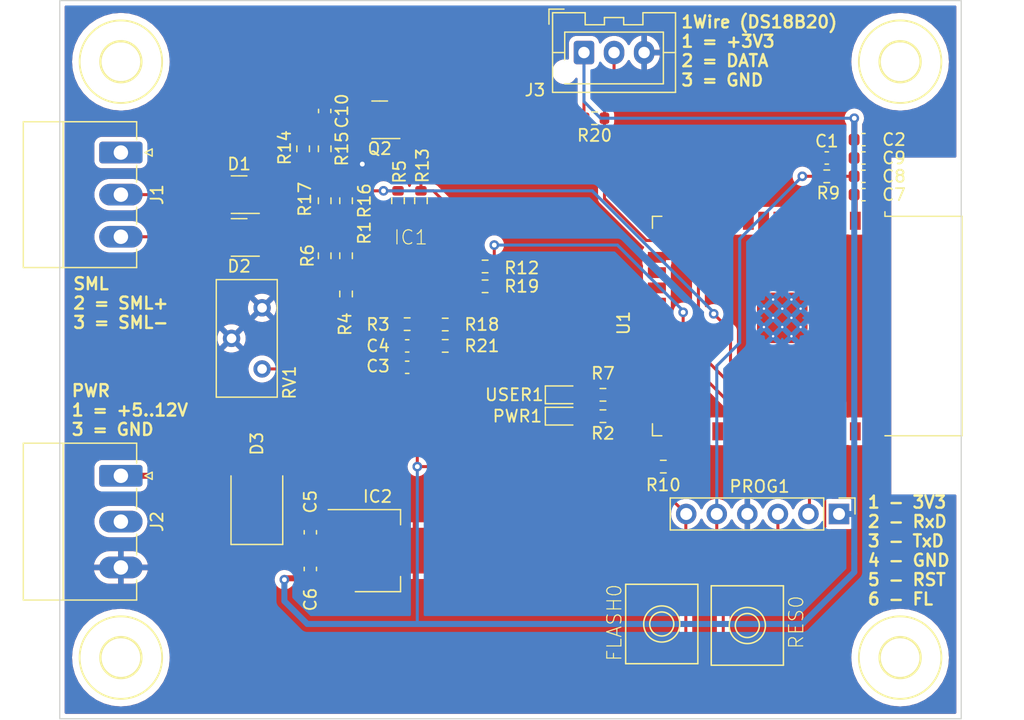
<source format=kicad_pcb>
(kicad_pcb (version 20211014) (generator pcbnew)
  (layers (0 "F.Cu" signal) (31 "B.Cu" signal) (34 "B.Paste" user) (35 "F.Paste" user) (36 "B.SilkS" user "B.Silkscreen") (37 "F.SilkS" user "F.Silkscreen") (38 "B.Mask" user) (39 "F.Mask" user) (44 "Edge.Cuts" user))
  (net 0 "")
  (net 1 "GND")
  (net 2 "/EMS+")
  (net 3 "/EMS-")
  (net 4 "Net-(IC1-Pad1)")
  (net 5 "Net-(IC1-Pad2)")
  (net 6 "Net-(IC1-Pad3)")
  (net 7 "Net-(IC1-Pad5)")
  (net 8 "Net-(IC1-Pad6)")
  (net 9 "+VDC")
  (net 10 "Net-(D1-Pad2)")
  (net 11 "Net-(D3-Pad2)")
  (net 12 "Net-(IC1-Pad7)")
  (net 36 "/EMS_RX")
  (net 37 "/EMS_TX")
  (net 41 "/EMS_1Wire")
  (net 43 "Net-(C10-Pad2)")
  (net 44 "/RST")
  (net 45 "+3.3V")
  (net 46 "/RXD")
  (net 47 "/TXD")
  (net 48 "/IO0")
  (net 49 "Net-(PWR1-Pad2)")
  (net 50 "/IO_02")
  (net 51 "Net-(R7-Pad2)")
  (net 53 "Net-(R14-Pad2)")
  (footprint "Connector_Phoenix_MC:PhoenixContact_MC_1,5_3-G-3.81_1x03_P3.81mm_Horizontal" (layer "F.Cu") (at 119.38 119.507 -90)
    (fp_text reference "J2")
    (fp_text value "PWR")
  )
  (footprint "Package_TO_SOT_SMD:SOT-23" (layer "F.Cu") (at 129.2075 99.695 180)
    (fp_text reference "D2")
    (fp_text value "BAT54S" hide)
  )
  (footprint "Resistor_SMD:R_0603_1608Metric" (layer "F.Cu") (at 134.5289 92.329 -90)
    (fp_text reference "R14")
    (fp_text value "470R")
  )
  (footprint "Resistor_SMD:R_0603_1608Metric" (layer "F.Cu") (at 178.054 94.615 180)
    (fp_text reference "R9")
    (fp_text value "10k")
  )
  (footprint "Potentiometer_THT:Potentiometer_Bourns_3296Y_Vertical" (layer "F.Cu") (at 131.1175 110.627 -90)
    (fp_text reference "RV1")
    (fp_text value "10k")
  )
  (footprint "Resistor_SMD:R_0603_1608Metric" (layer "F.Cu") (at 149.6545 103.759 180)
    (fp_text reference "R19")
    (fp_text value "100k")
  )
  (footprint "Resistor_SMD:R_0603_1608Metric" (layer "F.Cu") (at 146.3399 108.712)
    (fp_text reference "R21")
    (fp_text value "10k")
  )
  (footprint "Package_TO_SOT_SMD:SOT-223-3_TabPin2" (layer "F.Cu") (at 140.716 125.73)
    (fp_text reference "IC2")
    (fp_text value "LT1129CST5")
  )
  (footprint "Capacitor_SMD:C_0603_1608Metric" (layer "F.Cu") (at 178.054 93.091)
    (fp_text reference "C1")
    (fp_text value "100nF")
  )
  (footprint "Resistor_SMD:R_0603_1608Metric" (layer "F.Cu") (at 143.1775 106.9036 180)
    (fp_text reference "R3")
    (fp_text value "1K")
  )
  (footprint "main:SO08" (layer "F.Cu") (at 143.1775 103.124 -90)
    (fp_text reference "IC1")
    (fp_text value "LM393D")
  )
  (footprint "main:EVQ-Q2" (layer "F.Cu") (at 171.45 131.953 90)
    (fp_text reference "RES0")
    (fp_text value "SPST_TACT-EVQQ2")
  )
  (footprint "LED_SMD:LED_0603_1608Metric" (layer "F.Cu") (at 156.147 112.776)
    (fp_text reference "USER1")
    (fp_text value "blue")
  )
  (footprint "Resistor_SMD:R_0603_1608Metric" (layer "F.Cu") (at 138.0975 101.219 -90)
    (fp_text reference "R1")
    (fp_text value "Rx")
  )
  (footprint "main:3,2" (layer "F.Cu") (at 184.15 85.09)
    (fp_text reference "H4" hide)
    (fp_text value "MOUNT-HOLE3.2" hide)
  )
  (footprint "Resistor_SMD:R_0603_1608Metric" (layer "F.Cu") (at 142.4155 96.647 90)
    (fp_text reference "R5")
    (fp_text value "1M5")
  )
  (footprint "Resistor_SMD:R_0603_1608Metric" (layer "F.Cu") (at 159.449 112.776 180)
    (fp_text reference "R7")
    (fp_text value "470R")
  )
  (footprint "main:3,2" (layer "F.Cu") (at 119.38 85.09)
    (fp_text reference "H2" hide)
    (fp_text value "MOUNT-HOLE3.2" hide)
  )
  (footprint "Capacitor_SMD:C_0603_1608Metric" (layer "F.Cu") (at 181.102 96.139)
    (fp_text reference "C7")
    (fp_text value "100nF")
  )
  (footprint "Resistor_SMD:R_0603_1608Metric" (layer "F.Cu") (at 158.75 89.789 180)
    (fp_text reference "R20")
    (fp_text value "4K7")
  )
  (footprint "Capacitor_SMD:C_0603_1608Metric" (layer "F.Cu") (at 136.3195 89.1871 -90)
    (fp_text reference "C10")
    (fp_text value "1n5")
  )
  (footprint "Resistor_SMD:R_0603_1608Metric" (layer "F.Cu") (at 138.0975 96.647 90)
    (fp_text reference "R16")
    (fp_text value "1K")
  )
  (footprint "Resistor_SMD:R_0603_1608Metric" (layer "F.Cu") (at 146.3399 106.934 180)
    (fp_text reference "R18")
    (fp_text value "10k")
  )
  (footprint "Package_TO_SOT_SMD:SOT-23" (layer "F.Cu") (at 129.2075 96.139 180)
    (fp_text reference "D1")
    (fp_text value "BAT54S" hide)
  )
  (footprint "Capacitor_SMD:C_0603_1608Metric" (layer "F.Cu") (at 181.102 91.567)
    (fp_text reference "C2")
    (fp_text value "100nF")
  )
  (footprint "Capacitor_SMD:C_0603_1608Metric" (layer "F.Cu") (at 181.102 94.615)
    (fp_text reference "C8")
    (fp_text value "1µF")
  )
  (footprint "Resistor_SMD:R_0603_1608Metric" (layer "F.Cu") (at 138.0975 104.394 -90)
    (fp_text reference "R4")
    (fp_text value "2K")
  )
  (footprint "Resistor_SMD:R_0603_1608Metric" (layer "F.Cu") (at 136.3195 96.647 -90)
    (fp_text reference "R17")
    (fp_text value "0R0")
  )
  (footprint "Package_TO_SOT_SMD:SOT-23" (layer "F.Cu") (at 140.8915 89.916 180)
    (fp_text reference "Q2")
    (fp_text value "BSS123")
  )
  (footprint "Resistor_SMD:R_0603_1608Metric" (layer "F.Cu") (at 149.6545 102.108)
    (fp_text reference "R12")
    (fp_text value "1K")
  )
  (footprint "main:3,2" (layer "F.Cu") (at 184.15 134.62)
    (fp_text reference "H3" hide)
    (fp_text value "MOUNT-HOLE3.2" hide)
  )
  (footprint "Resistor_SMD:R_0603_1608Metric" (layer "F.Cu") (at 159.449 114.554 180)
    (fp_text reference "R2")
    (fp_text value "470R")
  )
  (footprint "Connector_JST:JST_XA_B03B-XASK-1-A_1x03_P2.50mm_Vertical" (layer "F.Cu") (at 157.872 84.328)
    (fp_text reference "J3")
    (fp_text value "1Wire")
  )
  (footprint "Resistor_SMD:R_0603_1608Metric" (layer "F.Cu") (at 136.3195 101.219 90)
    (fp_text reference "R6")
    (fp_text value "8K2")
  )
  (footprint "Capacitor_SMD:C_0603_1608Metric" (layer "F.Cu") (at 143.1775 110.49)
    (fp_text reference "C3")
    (fp_text value "1u")
  )
  (footprint "LED_SMD:LED_0603_1608Metric" (layer "F.Cu") (at 156.147 114.554)
    (fp_text reference "PWR1")
    (fp_text value "green")
  )
  (footprint "Diode_SMD:D_SMB" (layer "F.Cu") (at 130.683 121.666 90)
    (fp_text reference "D3")
    (fp_text value "ES2D" hide)
  )
  (footprint "Resistor_SMD:R_0603_1608Metric" (layer "F.Cu") (at 144.3205 96.647 -90)
    (fp_text reference "R13")
    (fp_text value "4K7")
  )
  (footprint "Connector_PinHeader_2.54mm:PinHeader_1x06_P2.54mm_Vertical" (layer "F.Cu") (at 179.07 122.682 -90)
    (fp_text reference "PROG1")
    (fp_text value "Conn_01x06")
  )
  (footprint "main:3,2" (layer "F.Cu") (at 119.38 134.62)
    (fp_text reference "H1" hide)
    (fp_text value "MOUNT-HOLE3.2" hide)
  )
  (footprint "Capacitor_SMD:C_0603_1608Metric" (layer "F.Cu") (at 135.128 127.254 -90)
    (fp_text reference "C6")
    (fp_text value "4u7")
  )
  (footprint "Resistor_SMD:R_0603_1608Metric" (layer "F.Cu") (at 136.3195 92.329 -90)
    (fp_text reference "R15")
    (fp_text value "470R")
  )
  (footprint "RF_Module:ESP32-WROOM-32" (layer "F.Cu") (at 173.444 107.061 -90)
    (fp_text reference "U1")
    (fp_text value "ESP32-WROOM-32D")
  )
  (footprint "Capacitor_SMD:C_0603_1608Metric" (layer "F.Cu") (at 135.128 124.206 90)
    (fp_text reference "C5")
    (fp_text value "100nF")
  )
  (footprint "Capacitor_SMD:C_0603_1608Metric" (layer "F.Cu") (at 181.102 93.091)
    (fp_text reference "C9")
    (fp_text value "1µF")
  )
  (footprint "main:EVQ-Q2" (layer "F.Cu") (at 164.338 131.826 90)
    (fp_text reference "FLASH0")
    (fp_text value "SPST_TACT-EVQQ2")
  )
  (footprint "Resistor_SMD:R_0603_1608Metric" (layer "F.Cu") (at 164.465 118.745)
    (fp_text reference "R10")
    (fp_text value "10k")
  )
  (footprint "Capacitor_SMD:C_0603_1608Metric" (layer "F.Cu") (at 143.1775 108.712)
    (fp_text reference "C4")
    (fp_text value "100n")
  )
  (footprint "Connector_Phoenix_MC:PhoenixContact_MC_1,5_3-G-3.5_1x03_P3.50mm_Horizontal" (layer "F.Cu") (at 119.38 92.639 -90)
    (fp_text reference "J1")
    (fp_text value "SML")
  )
  (gr_rect (start 114.3 139.7) (end 189.23 80.01) (layer "Edge.Cuts") (width 0.1) (fill none))
  (gr_text "1 - 3V3\n2 - RxD\n3 - TxD\n4 - GND\n5 - RST\n6 - FL" (at 181.356 125.73) (layer "F.SilkS") (effects (font (size 1 1) (thickness 0.2)) (justify left)))
  (gr_text "PWR\n1 = +5..12V\n3 = GND" (at 115.189 114.046) (layer "F.SilkS") (effects (font (size 1 1) (thickness 0.2)) (justify left)))
  (gr_text "SML\n2 = SML+\n3 = SML-" (at 115.316 105.156) (layer "F.SilkS") (effects (font (size 1 1) (thickness 0.2)) (justify left)))
  (gr_text "1Wire (DS18B20)\n1 = +3V3\n2 = DATA\n3 = GND" (at 165.862 84.201) (layer "F.SilkS") (effects (font (size 1 1) (thickness 0.2)) (justify left)))
  (via (at 139.446 93.599) (size 0.8) (drill 0.4) (layers "F.Cu" "B.Cu") (net 1))
  (segment (start 119.38 96.139) (end 128.27 96.139) (width 0.25) (layer "F.Cu") (net 2))
  (segment (start 128.27 99.695) (end 126.0325 99.695) (width 0.25) (layer "F.Cu") (net 3))
  (segment (start 125.9765 99.639) (end 119.38 99.639) (width 0.25) (layer "F.Cu") (net 3))
  (segment (start 126.0325 99.695) (end 125.9765 99.639) (width 0.25) (layer "F.Cu") (net 3))
  (segment (start 140.0665 100.394) (end 138.0975 100.394) (width 0.25) (layer "F.Cu") (net 4))
  (segment (start 140.5775 101.219) (end 140.5775 100.905) (width 0.25) (layer "F.Cu") (net 4))
  (segment (start 140.5775 100.905) (end 140.0665 100.394) (width 0.25) (layer "F.Cu") (net 4))
  (segment (start 138.0975 97.472) (end 138.0975 100.394) (width 0.25) (layer "F.Cu") (net 4))
  (segment (start 131.1175 110.627) (end 137.0715 110.627) (width 0.25) (layer "F.Cu") (net 5))
  (segment (start 142.3525 102.934) (end 142.3525 106.9036) (width 0.25) (layer "F.Cu") (net 5))
  (segment (start 137.0715 110.627) (end 140.7949 106.9036) (width 0.25) (layer "F.Cu") (net 5))
  (segment (start 140.5775 102.489) (end 141.9075 102.489) (width 0.25) (layer "F.Cu") (net 5))
  (segment (start 140.7949 106.9036) (end 142.3525 106.9036) (width 0.25) (layer "F.Cu") (net 5))
  (segment (start 141.9075 102.489) (end 142.3525 102.934) (width 0.25) (layer "F.Cu") (net 5))
  (segment (start 140.5775 103.759) (end 138.2875 103.759) (width 0.25) (layer "F.Cu") (net 6))
  (segment (start 136.3195 102.044) (end 138.0975 102.044) (width 0.25) (layer "F.Cu") (net 6))
  (segment (start 138.0975 102.044) (end 138.0975 103.569) (width 0.25) (layer "F.Cu") (net 6))
  (segment (start 138.2875 103.759) (end 138.0975 103.569) (width 0.25) (layer "F.Cu") (net 6))
  (segment (start 145.7775 105.029) (end 146.8605 105.029) (width 0.25) (layer "F.Cu") (net 7))
  (segment (start 146.8605 105.029) (end 147.2415 105.41) (width 0.25) (layer "F.Cu") (net 7))
  (segment (start 147.2415 106.8574) (end 147.1649 106.934) (width 0.25) (layer "F.Cu") (net 7))
  (segment (start 147.2415 105.41) (end 147.2415 106.8574) (width 0.25) (layer "F.Cu") (net 7))
  (segment (start 147.1649 108.712) (end 147.1649 106.934) (width 0.25) (layer "F.Cu") (net 7))
  (segment (start 148.8295 102.108) (end 148.8295 103.759) (width 0.25) (layer "F.Cu") (net 8))
  (segment (start 145.7775 103.759) (end 148.8295 103.759) (width 0.25) (layer "F.Cu") (net 8))
  (segment (start 137.565 123.431) (end 137.566 123.43) (width 0.5) (layer "F.Cu") (net 9))
  (segment (start 131.068 123.431) (end 130.683 123.816) (width 0.5) (layer "F.Cu") (net 9))
  (segment (start 135.128 123.431) (end 137.565 123.431) (width 0.5) (layer "F.Cu") (net 9))
  (segment (start 135.128 123.431) (end 131.068 123.431) (width 0.5) (layer "F.Cu") (net 9))
  (segment (start 130.145 95.189) (end 132.0675 95.189) (width 0.25) (layer "F.Cu") (net 10))
  (segment (start 132.0675 95.189) (end 132.3825 95.504) (width 0.25) (layer "F.Cu") (net 10))
  (segment (start 130.145 98.745) (end 132.3165 98.745) (width 0.25) (layer "F.Cu") (net 10))
  (segment (start 136.3195 97.472) (end 136.3195 100.394) (width 0.25) (layer "F.Cu") (net 10))
  (segment (start 136.2535 98.745) (end 136.3195 98.679) (width 0.25) (layer "F.Cu") (net 10))
  (segment (start 136.3195 98.679) (end 136.3195 97.472) (width 0.25) (layer "F.Cu") (net 10))
  (segment (start 132.3825 98.679) (end 132.3165 98.745) (width 0.25) (layer "F.Cu") (net 10))
  (segment (start 132.3825 95.504) (end 132.3825 98.679) (width 0.25) (layer "F.Cu") (net 10))
  (segment (start 132.3165 98.745) (end 136.2535 98.745) (width 0.25) (layer "F.Cu") (net 10))
  (segment (start 130.819 119.507) (end 131.572 118.754) (width 0.5) (layer "F.Cu") (net 11))
  (segment (start 119.38 119.507) (end 130.819 119.507) (width 0.5) (layer "F.Cu") (net 11))
  (segment (start 147.574 98.044) (end 145.352 95.822) (width 0.25) (layer "F.Cu") (net 12))
  (segment (start 145.7775 102.489) (end 147.193 102.489) (width 0.25) (layer "F.Cu") (net 12))
  (segment (start 144.3205 95.822) (end 144.3205 94.7905) (width 0.25) (layer "F.Cu") (net 12))
  (segment (start 147.193 102.489) (end 147.574 102.108) (width 0.25) (layer "F.Cu") (net 12))
  (segment (start 141.829 92.299) (end 141.829 90.866) (width 0.25) (layer "F.Cu") (net 12))
  (segment (start 147.574 102.108) (end 147.574 98.044) (width 0.25) (layer "F.Cu") (net 12))
  (segment (start 144.3205 94.7905) (end 141.829 92.299) (width 0.25) (layer "F.Cu") (net 12))
  (segment (start 145.352 95.822) (end 144.3205 95.822) (width 0.25) (layer "F.Cu") (net 12))
  (segment (start 171.069 110.998) (end 170.053 109.982) (width 0.25) (layer "F.Cu") (net 36))
  (segment (start 176.657 110.998) (end 171.069 110.998) (width 0.25) (layer "F.Cu") (net 36))
  (segment (start 179.154 113.495) (end 176.657 110.998) (width 0.25) (layer "F.Cu") (net 36))
  (segment (start 170.053 107.442) (end 168.656 106.045) (width 0.25) (layer "F.Cu") (net 36))
  (segment (start 179.154 115.811) (end 179.154 113.495) (width 0.25) (layer "F.Cu") (net 36))
  (segment (start 170.053 109.982) (end 170.053 107.442) (width 0.25) (layer "F.Cu") (net 36))
  (segment (start 141.2095 95.822) (end 142.4155 95.822) (width 0.25) (layer "F.Cu") (net 36))
  (segment (start 138.0975 95.822) (end 141.2095 95.822) (width 0.25) (layer "F.Cu") (net 36))
  (via (at 168.656 106.045) (size 0.8) (drill 0.4) (layers "F.Cu" "B.Cu") (net 36))
  (via (at 141.2095 95.822) (size 0.8) (drill 0.4) (layers "F.Cu" "B.Cu") (net 36))
  (segment (start 158.56 95.822) (end 141.2095 95.822) (width 0.25) (layer "B.Cu") (net 36))
  (segment (start 168.656 105.918) (end 158.56 95.822) (width 0.25) (layer "B.Cu") (net 36))
  (segment (start 168.656 106.045) (end 168.656 105.918) (width 0.25) (layer "B.Cu") (net 36))
  (segment (start 150.4165 102.045) (end 150.4795 102.108) (width 0.5) (layer "F.Cu") (net 37))
  (segment (start 170.264 115.811) (end 170.264 113.749) (width 0.25) (layer "F.Cu") (net 37))
  (segment (start 170.264 113.749) (end 168.021 111.506) (width 0.25) (layer "F.Cu") (net 37))
  (segment (start 168.021 111.506) (end 166.116 109.601) (width 0.25) (layer "F.Cu") (net 37))
  (segment (start 150.4165 100.33) (end 150.4165 102.045) (width 0.25) (layer "F.Cu") (net 37))
  (segment (start 166.116 109.601) (end 166.116 105.918) (width 0.25) (layer "F.Cu") (net 37))
  (via (at 166.116 105.918) (size 0.8) (drill 0.4) (layers "F.Cu" "B.Cu") (net 37))
  (via (at 150.4165 100.33) (size 0.8) (drill 0.4) (layers "F.Cu" "B.Cu") (net 37))
  (segment (start 160.655 100.33) (end 150.4165 100.33) (width 0.25) (layer "B.Cu") (net 37))
  (segment (start 166.116 105.918) (end 166.116 105.791) (width 0.25) (layer "B.Cu") (net 37))
  (segment (start 166.116 105.791) (end 160.655 100.33) (width 0.25) (layer "B.Cu") (net 37))
  (segment (start 160.372 84.631) (end 160.372 86.897) (width 0.25) (layer "F.Cu") (net 41))
  (segment (start 163.068 99.949) (end 159.575 96.456) (width 0.25) (layer "F.Cu") (net 41))
  (segment (start 171.534 115.811) (end 171.534 113.368) (width 0.25) (layer "F.Cu") (net 41))
  (segment (start 159.575 87.694) (end 159.575 89.789) (width 0.25) (layer "F.Cu") (net 41))
  (segment (start 171.534 113.368) (end 167.386 109.22) (width 0.25) (layer "F.Cu") (net 41))
  (segment (start 165.608 99.949) (end 163.068 99.949) (width 0.25) (layer "F.Cu") (net 41))
  (segment (start 167.386 109.22) (end 167.386 101.727) (width 0.25) (layer "F.Cu") (net 41))
  (segment (start 159.575 96.456) (end 159.575 89.789) (width 0.25) (layer "F.Cu") (net 41))
  (segment (start 160.372 86.897) (end 159.575 87.694) (width 0.25) (layer "F.Cu") (net 41))
  (segment (start 167.386 101.727) (end 165.608 99.949) (width 0.25) (layer "F.Cu") (net 41))
  (segment (start 136.3195 89.9621) (end 139.9079 89.9621) (width 0.25) (layer "F.Cu") (net 43))
  (segment (start 136.3195 89.9621) (end 136.3195 91.504) (width 0.25) (layer "F.Cu") (net 43))
  (segment (start 139.9079 89.9621) (end 139.954 89.916) (width 0.25) (layer "F.Cu") (net 43))
  (segment (start 134.5289 91.504) (end 136.3195 91.504) (width 0.25) (layer "F.Cu") (net 43))
  (segment (start 176.022 94.615) (end 177.356 94.615) (width 0.25) (layer "F.Cu") (net 44))
  (segment (start 168.91 124.333) (end 169.45 124.873) (width 0.25) (layer "F.Cu") (net 44))
  (segment (start 169.45 128.553) (end 169.45 135.353) (width 0.25) (layer "F.Cu") (net 44))
  (segment (start 169.45 124.873) (end 169.45 128.553) (width 0.25) (layer "F.Cu") (net 44))
  (segment (start 177.356 93.268) (end 177.406 93.218) (width 0.25) (layer "F.Cu") (net 44))
  (segment (start 179.154 96.985) (end 177.356 95.187) (width 0.25) (layer "F.Cu") (net 44))
  (segment (start 177.356 94.615) (end 177.356 93.268) (width 0.25) (layer "F.Cu") (net 44))
  (segment (start 177.356 95.187) (end 177.356 94.615) (width 0.25) (layer "F.Cu") (net 44))
  (segment (start 168.91 122.682) (end 168.91 124.333) (width 0.25) (layer "F.Cu") (net 44))
  (segment (start 179.154 98.311) (end 179.154 96.985) (width 0.25) (layer "F.Cu") (net 44))
  (via (at 176.022 94.615) (size 0.8) (drill 0.4) (layers "F.Cu" "B.Cu") (net 44))
  (segment (start 168.91 122.682) (end 168.91 110.363) (width 0.25) (layer "B.Cu") (net 44))
  (segment (start 170.815 108.458) (end 170.815 99.822) (width 0.25) (layer "B.Cu") (net 44))
  (segment (start 170.815 99.822) (end 176.022 94.615) (width 0.25) (layer "B.Cu") (net 44))
  (segment (start 168.91 110.363) (end 170.815 108.458) (width 0.25) (layer "B.Cu") (net 44))
  (segment (start 144.1935 101.219) (end 145.796 101.219) (width 0.25) (layer "F.Cu") (net 45))
  (segment (start 180.381 96.139) (end 180.424 96.096) (width 0.4) (layer "F.Cu") (net 45))
  (segment (start 145.796 101.219) (end 145.796 97.917) (width 0.25) (layer "F.Cu") (net 45))
  (segment (start 135.128 128.029) (end 133.083 128.029) (width 0.5) (layer "F.Cu") (net 45))
  (segment (start 135.128 128.029) (end 137.565 128.029) (width 0.5) (layer "F.Cu") (net 45))
  (segment (start 144.018 118.745) (end 160.274 118.745) (width 0.25) (layer "F.Cu") (net 45))
  (segment (start 133.083 128.029) (end 132.969 128.143) (width 0.5) (layer "F.Cu") (net 45))
  (segment (start 145.4845 106.9036) (end 145.5149 106.934) (width 0.25) (layer "F.Cu") (net 45))
  (segment (start 143.9395 101.219) (end 143.9395 106.8406) (width 0.25) (layer "F.Cu") (net 45))
  (segment (start 180.34 91.554) (end 180.327 91.567) (width 0.5) (layer "F.Cu") (net 45))
  (segment (start 160.274 118.745) (end 163.64 118.745) (width 0.25) (layer "F.Cu") (net 45))
  (segment (start 180.424 98.311) (end 180.424 96.096) (width 0.4) (layer "F.Cu") (net 45))
  (segment (start 180.34 89.789) (end 180.34 91.554) (width 0.5) (layer "F.Cu") (net 45))
  (segment (start 144.3205 97.472) (end 142.4155 97.472) (width 0.25) (layer "F.Cu") (net 45))
  (segment (start 160.274 114.554) (end 160.274 118.745) (width 0.25) (layer "F.Cu") (net 45))
  (segment (start 157.872 89.736) (end 157.925 89.789) (width 0.5) (layer "F.Cu") (net 45))
  (segment (start 137.565 128.029) (end 137.566 128.03) (width 0.5) (layer "F.Cu") (net 45))
  (segment (start 145.351 97.472) (end 144.3205 97.472) (width 0.25) (layer "F.Cu") (net 45))
  (segment (start 144.0025 106.9036) (end 144.0025 108.662) (width 0.25) (layer "F.Cu") (net 45))
  (segment (start 178.879 94.615) (end 180.327 94.615) (width 0.25) (layer "F.Cu") (net 45))
  (segment (start 144.0025 108.662) (end 143.9525 108.712) (width 0.25) (layer "F.Cu") (net 45))
  (segment (start 144.018 118.745) (end 144.018 110.5555) (width 0.25) (layer "F.Cu") (net 45))
  (segment (start 180.327 96.012) (end 180.327 91.821) (width 0.4) (layer "F.Cu") (net 45))
  (segment (start 143.9525 110.49) (end 143.9525 108.712) (width 0.25) (layer "F.Cu") (net 45))
  (segment (start 145.796 97.917) (end 145.351 97.472) (width 0.25) (layer "F.Cu") (net 45))
  (segment (start 143.9395 106.8406) (end 144.0025 106.9036) (width 0.25) (layer "F.Cu") (net 45))
  (segment (start 144.018 110.5555) (end 143.9525 110.49) (width 0.25) (layer "F.Cu") (net 45))
  (segment (start 144.0025 106.9036) (end 145.4845 106.9036) (width 0.25) (layer "F.Cu") (net 45))
  (segment (start 144.1935 101.219) (end 143.9395 101.219) (width 0.25) (layer "F.Cu") (net 45))
  (segment (start 157.872 84.631) (end 157.872 89.736) (width 0.25) (layer "F.Cu") (net 45))
  (segment (start 145.7775 101.219) (end 144.1935 101.219) (width 0.25) (layer "F.Cu") (net 45))
  (via (at 144.018 118.745) (size 0.8) (drill 0.4) (layers "F.Cu" "B.Cu") (net 45))
  (via (at 180.34 89.789) (size 0.8) (drill 0.4) (layers "F.Cu" "B.Cu") (net 45))
  (via (at 132.969 128.143) (size 0.8) (drill 0.4) (layers "F.Cu" "B.Cu") (net 45))
  (segment (start 176.022 131.826) (end 180.34 127.508) (width 0.5) (layer "B.Cu") (net 45))
  (segment (start 144.018 131.699) (end 143.891 131.826) (width 0.25) (layer "B.Cu") (net 45))
  (segment (start 159.258 89.789) (end 180.34 89.789) (width 0.25) (layer "B.Cu") (net 45))
  (segment (start 180.34 122.682) (end 180.34 89.789) (width 0.5) (layer "B.Cu") (net 45))
  (segment (start 157.872 88.403) (end 159.258 89.789) (width 0.25) (layer "B.Cu") (net 45))
  (segment (start 132.969 129.921) (end 134.874 131.826) (width 0.5) (layer "B.Cu") (net 45))
  (segment (start 157.872 84.328) (end 157.872 88.403) (width 0.25) (layer "B.Cu") (net 45))
  (segment (start 144.018 118.745) (end 144.018 131.699) (width 0.25) (layer "B.Cu") (net 45))
  (segment (start 134.874 131.826) (end 143.891 131.826) (width 0.5) (layer "B.Cu") (net 45))
  (segment (start 180.34 122.682) (end 179.07 122.682) (width 0.5) (layer "B.Cu") (net 45))
  (segment (start 180.34 125.984) (end 180.34 122.682) (width 0.5) (layer "B.Cu") (net 45))
  (segment (start 132.969 128.143) (end 132.969 129.921) (width 0.5) (layer "B.Cu") (net 45))
  (segment (start 143.891 131.826) (end 176.022 131.826) (width 0.5) (layer "B.Cu") (net 45))
  (segment (start 180.34 127.508) (end 180.34 125.984) (width 0.5) (layer "B.Cu") (net 45))
  (segment (start 176.614 122.598) (end 176.53 122.682) (width 0.25) (layer "F.Cu") (net 46))
  (segment (start 176.614 115.811) (end 176.614 122.598) (width 0.25) (layer "F.Cu") (net 46))
  (segment (start 177.038 124.587) (end 177.884 123.741) (width 0.25) (layer "F.Cu") (net 47))
  (segment (start 177.884 123.741) (end 177.884 115.811) (width 0.25) (layer "F.Cu") (net 47))
  (segment (start 173.99 123.952) (end 174.625 124.587) (width 0.25) (layer "F.Cu") (net 47))
  (segment (start 174.625 124.587) (end 177.038 124.587) (width 0.25) (layer "F.Cu") (net 47))
  (segment (start 173.99 122.682) (end 173.99 123.952) (width 0.25) (layer "F.Cu") (net 47))
  (segment (start 166.338 135.226) (end 166.338 128.426) (width 0.25) (layer "F.Cu") (net 48))
  (segment (start 166.338 122.714) (end 166.37 122.682) (width 0.25) (layer "F.Cu") (net 48))
  (segment (start 166.37 122.682) (end 165.29 121.602) (width 0.25) (layer "F.Cu") (net 48))
  (segment (start 165.184 118.639) (end 165.29 118.745) (width 0.25) (layer "F.Cu") (net 48))
  (segment (start 166.338 128.426) (end 166.338 122.714) (width 0.25) (layer "F.Cu") (net 48))
  (segment (start 165.184 115.811) (end 165.184 118.639) (width 0.25) (layer "F.Cu") (net 48))
  (segment (start 165.29 121.602) (end 165.29 118.745) (width 0.25) (layer "F.Cu") (net 48))
  (segment (start 158.624 114.554) (end 156.9345 114.554) (width 0.25) (layer "F.Cu") (net 49))
  (segment (start 160.279 112.781) (end 163.934 112.781) (width 0.25) (layer "F.Cu") (net 50))
  (segment (start 160.274 112.776) (end 160.279 112.781) (width 0.25) (layer "F.Cu") (net 50))
  (segment (start 156.9345 112.776) (end 158.624 112.776) (width 0.25) (layer "F.Cu") (net 51))
  (segment (start 134.5289 93.154) (end 136.3195 93.154) (width 0.25) (layer "F.Cu") (net 53))
  (segment (start 136.3195 95.822) (end 136.3195 93.154) (width 0.25) (layer "F.Cu") (net 53))
  (zone (net 1) (net_name "GND") (layer "F.Cu") (priority 6) (connect_pads (clearance 0.4064)) (min_thickness 0.2032) (fill yes (thermal_gap 0.4564) (thermal_bridge_width 0.4564))
    (polygon (pts (xy 189.3823 139.8093) (xy 114.3634 139.8093) (xy 114.3634 79.9669) (xy 189.3823 79.9669)))
  )
  (zone (net 1) (net_name "GND") (layer "B.Cu") (priority 6) (connect_pads (clearance 0.4064)) (min_thickness 0.2032) (fill yes (thermal_gap 0.4564) (thermal_bridge_width 0.4564))
    (polygon (pts (xy 189.3823 139.8093) (xy 114.3634 139.8093) (xy 114.3634 80.0939) (xy 189.3823 80.0939)))
  )
)
</source>
